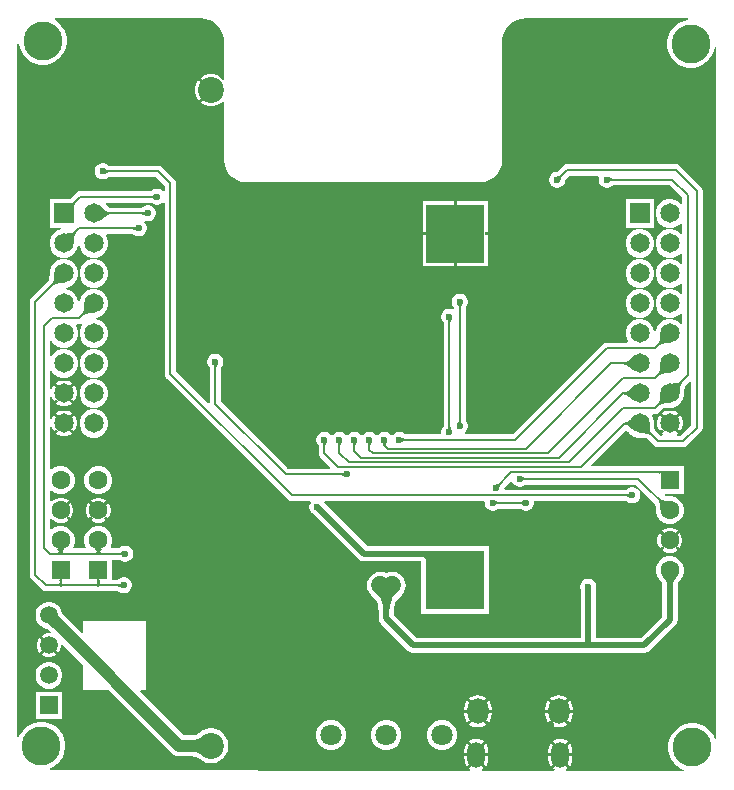
<source format=gbl>
G04*
G04 #@! TF.GenerationSoftware,Altium Limited,Altium Designer,24.4.1 (13)*
G04*
G04 Layer_Physical_Order=2*
G04 Layer_Color=16711680*
%FSTAX24Y24*%
%MOIN*%
G70*
G04*
G04 #@! TF.SameCoordinates,973A198C-3906-4392-A1E8-A13353080A71*
G04*
G04*
G04 #@! TF.FilePolarity,Positive*
G04*
G01*
G75*
%ADD44C,0.0591*%
%ADD71C,0.0200*%
%ADD72C,0.0080*%
%ADD76C,0.0866*%
%ADD77R,0.0591X0.0591*%
%ADD78C,0.0630*%
%ADD79R,0.0630X0.0630*%
%ADD80C,0.0650*%
%ADD81R,0.0650X0.0650*%
%ADD82C,0.1299*%
%ADD83O,0.0591X0.0866*%
%ADD84O,0.0709X0.0866*%
%ADD85C,0.0709*%
%ADD86C,0.0236*%
%ADD87R,0.1969X0.1969*%
%ADD88C,0.0400*%
%ADD89C,0.0600*%
G36*
X01715Y025246D02*
X022549D01*
X022554Y025196D01*
X022417Y025169D01*
X022271Y025109D01*
X02214Y025021D01*
X022029Y02491D01*
X021941Y024779D01*
X021881Y024633D01*
X02185Y024479D01*
Y024321D01*
X021881Y024167D01*
X021941Y024021D01*
X022029Y02389D01*
X02214Y023779D01*
X022271Y023691D01*
X022417Y023631D01*
X022571Y0236D01*
X022729D01*
X022883Y023631D01*
X023029Y023691D01*
X02316Y023779D01*
X023271Y02389D01*
X023359Y024021D01*
X023419Y024167D01*
X023446Y024304D01*
X023496Y024299D01*
X023496Y001248D01*
X023446Y001238D01*
X023409Y001329D01*
X023321Y00146D01*
X02321Y001571D01*
X023079Y001659D01*
X022933Y001719D01*
X022779Y00175D01*
X022621D01*
X022467Y001719D01*
X022321Y001659D01*
X02219Y001571D01*
X022079Y00146D01*
X021991Y001329D01*
X021931Y001183D01*
X0219Y001029D01*
Y000871D01*
X021931Y000717D01*
X021991Y000571D01*
X022079Y00044D01*
X02219Y000329D01*
X022321Y000241D01*
X02241Y000204D01*
X0224Y000155D01*
X018502Y000164D01*
X018492Y000214D01*
X018499Y000217D01*
X018542Y00025D01*
X018463Y000329D01*
X018534Y000399D01*
X018613Y00032D01*
X018645Y000363D01*
X018685Y000459D01*
X018699Y000562D01*
Y00065D01*
X018585D01*
Y00075D01*
X018699D01*
Y000838D01*
X018685Y000941D01*
X018645Y001037D01*
X018613Y00108D01*
X018534Y001001D01*
X018463Y001071D01*
X018542Y00115D01*
X018499Y001183D01*
X018403Y001223D01*
X0183Y001236D01*
X018197Y001223D01*
X018101Y001183D01*
X018058Y00115D01*
X018137Y001071D01*
X018066Y001001D01*
X017987Y00108D01*
X017955Y001037D01*
X017915Y000941D01*
X017901Y000838D01*
Y00075D01*
X018015D01*
Y00065D01*
X017901D01*
Y000562D01*
X017915Y000459D01*
X017955Y000363D01*
X017987Y00032D01*
X018066Y000399D01*
X018137Y000329D01*
X018058Y00025D01*
X018101Y000217D01*
X018106Y000215D01*
X018096Y000165D01*
X015718Y00017D01*
X015704Y000205D01*
X015704Y00022D01*
X015742Y00025D01*
X015663Y000329D01*
X015734Y000399D01*
X015813Y00032D01*
X015845Y000363D01*
X015885Y000459D01*
X015899Y000562D01*
Y00065D01*
X015785D01*
Y00075D01*
X015899D01*
Y000838D01*
X015885Y000941D01*
X015845Y001037D01*
X015813Y00108D01*
X015734Y001001D01*
X015663Y001071D01*
X015742Y00115D01*
X015699Y001183D01*
X015603Y001223D01*
X0155Y001236D01*
X015397Y001223D01*
X015301Y001183D01*
X015258Y00115D01*
X015337Y001071D01*
X015266Y001001D01*
X015187Y00108D01*
X015155Y001037D01*
X015115Y000941D01*
X015101Y000838D01*
Y00075D01*
X015215D01*
Y00065D01*
X015101D01*
Y000562D01*
X015115Y000459D01*
X015155Y000363D01*
X015187Y00032D01*
X015266Y000399D01*
X015337Y000329D01*
X015258Y00025D01*
X015295Y000221D01*
X015294Y000201D01*
X015281Y000171D01*
X0013Y000205D01*
X00129Y000255D01*
X001379Y000291D01*
X00151Y000379D01*
X001621Y00049D01*
X001709Y000621D01*
X001769Y000767D01*
X0018Y000921D01*
Y001079D01*
X001769Y001233D01*
X001709Y001379D01*
X001621Y00151D01*
X00151Y001621D01*
X001379Y001709D01*
X001233Y001769D01*
X001079Y0018D01*
X000921D01*
X000767Y001769D01*
X000621Y001709D01*
X00049Y001621D01*
X000379Y00151D01*
X000291Y001379D01*
X000254Y001288D01*
X000204Y001298D01*
X000204Y024399D01*
X000254Y024404D01*
X000281Y024267D01*
X000341Y024121D01*
X000429Y02399D01*
X00054Y023879D01*
X000671Y023791D01*
X000817Y023731D01*
X000971Y0237D01*
X001129D01*
X001283Y023731D01*
X001429Y023791D01*
X00156Y023879D01*
X001671Y02399D01*
X001759Y024121D01*
X001819Y024267D01*
X00185Y024421D01*
Y024579D01*
X001819Y024733D01*
X001759Y024879D01*
X001671Y02501D01*
X00156Y025121D01*
X001447Y025196D01*
X001463Y025246D01*
X0063D01*
X006309Y025248D01*
X006456Y025234D01*
X006606Y025188D01*
X006744Y025114D01*
X006865Y025015D01*
X006964Y024894D01*
X007038Y024756D01*
X007084Y024606D01*
X007098Y024459D01*
X007096Y02445D01*
Y023229D01*
X007046Y023208D01*
X006977Y023277D01*
X006856Y023347D01*
X00672Y023383D01*
X00658D01*
X006444Y023347D01*
X006323Y023277D01*
X006308Y023263D01*
X006389Y023182D01*
X006318Y023112D01*
X006238Y023192D01*
X006223Y023178D01*
X006153Y023056D01*
X006117Y022921D01*
Y02278D01*
X006153Y022645D01*
X006223Y022523D01*
X006238Y022509D01*
X006318Y022589D01*
X006389Y022518D01*
X006308Y022438D01*
X006323Y022424D01*
X006444Y022354D01*
X00658Y022317D01*
X00672D01*
X006856Y022354D01*
X006977Y022424D01*
X007046Y022493D01*
X007096Y022472D01*
Y0205D01*
X007097Y020495D01*
X00711Y020363D01*
X00715Y020231D01*
X007215Y020109D01*
X007303Y020003D01*
X007409Y019915D01*
X007531Y01985D01*
X007663Y01981D01*
X007795Y019797D01*
X0078Y019796D01*
X01565D01*
X015655Y019797D01*
X015787Y01981D01*
X015919Y01985D01*
X016041Y019915D01*
X016147Y020003D01*
X016235Y020109D01*
X0163Y020231D01*
X01634Y020363D01*
X016353Y020495D01*
X016354Y0205D01*
Y021D01*
Y02445D01*
X016352Y024459D01*
X016366Y024606D01*
X016412Y024756D01*
X016486Y024894D01*
X016585Y025015D01*
X016706Y025114D01*
X016844Y025188D01*
X016994Y025234D01*
X017141Y025248D01*
X01715Y025246D01*
D02*
G37*
%LPC*%
G36*
X003085Y020418D02*
X003015D01*
X002947Y0204D01*
X002885Y020365D01*
X002835Y020315D01*
X0028Y020253D01*
X002782Y020185D01*
Y020115D01*
X0028Y020047D01*
X002835Y019985D01*
X002885Y019935D01*
X002947Y0199D01*
X003015Y019882D01*
X003085D01*
X003153Y0199D01*
X003215Y019935D01*
X003229Y01995D01*
X003239Y019956D01*
X00482D01*
X005106Y01967D01*
Y019491D01*
X00509Y019481D01*
X005056Y019473D01*
X005015Y019515D01*
X004953Y01955D01*
X004885Y019568D01*
X004815D01*
X004747Y01955D01*
X004685Y019515D01*
X004671Y0195D01*
X004661Y019494D01*
X0023D01*
X002226Y019479D01*
X002163Y019437D01*
X001951Y019225D01*
X001951Y019225D01*
X001275D01*
Y018275D01*
X001668D01*
X00169Y018225D01*
X00169Y018225D01*
X001687D01*
X001567Y018192D01*
X001458Y01813D01*
X00137Y018042D01*
X001308Y017933D01*
X001275Y017813D01*
Y017687D01*
X001308Y017567D01*
X00137Y017458D01*
X001458Y01737D01*
X001567Y017308D01*
X001687Y017275D01*
X001813D01*
X001933Y017308D01*
X002042Y01737D01*
X00213Y017458D01*
X002192Y017567D01*
X002225Y017687D01*
Y01769D01*
X002225Y01769D01*
X00224Y017689D01*
X002279Y017672D01*
X002308Y017567D01*
X00237Y017458D01*
X002458Y01737D01*
X002567Y017308D01*
X002687Y017275D01*
X002813D01*
X002933Y017308D01*
X003042Y01737D01*
X00313Y017458D01*
X003192Y017567D01*
X003225Y017687D01*
Y017813D01*
X003192Y017933D01*
X00315Y018006D01*
X003179Y018056D01*
X004061D01*
X004071Y01805D01*
X004085Y018035D01*
X004147Y018D01*
X004215Y017982D01*
X004285D01*
X004353Y018D01*
X004415Y018035D01*
X004465Y018085D01*
X0045Y018147D01*
X004518Y018215D01*
Y018285D01*
X0045Y018353D01*
X004465Y018415D01*
X004422Y018457D01*
X004447Y0185D01*
X004515Y018482D01*
X004585D01*
X004653Y0185D01*
X004715Y018535D01*
X004765Y018585D01*
X0048Y018647D01*
X004818Y018715D01*
Y018785D01*
X0048Y018853D01*
X004765Y018915D01*
X004715Y018965D01*
X004653Y019D01*
X004585Y019018D01*
X004515D01*
X004447Y019D01*
X004385Y018965D01*
X004371Y01895D01*
X004361Y018944D01*
X003269D01*
X003261Y018947D01*
X003247Y018954D01*
X003229Y018965D01*
X00321Y018978D01*
X003122Y019054D01*
X00312Y019056D01*
X00314Y019106D01*
X004661D01*
X004671Y0191D01*
X004685Y019085D01*
X004747Y01905D01*
X004815Y019032D01*
X004885D01*
X004953Y01905D01*
X005015Y019085D01*
X005056Y019127D01*
X00509Y019119D01*
X005106Y019109D01*
Y0134D01*
X005121Y013326D01*
X005163Y013263D01*
X009213Y009213D01*
X009276Y009171D01*
X00935Y009156D01*
X009945D01*
X009972Y009106D01*
X00995Y009068D01*
X009932Y008999D01*
Y008929D01*
X00995Y008861D01*
X009985Y0088D01*
X010035Y00875D01*
X01008Y008724D01*
X011584Y00722D01*
X011667Y007165D01*
X011764Y007145D01*
X013659D01*
X013666Y007145D01*
Y005398D01*
X015934D01*
Y007667D01*
X013825D01*
X013816Y007668D01*
X013808Y007667D01*
X013666D01*
Y007655D01*
X01187D01*
X01044Y009085D01*
X010428Y009106D01*
X010455Y009156D01*
X015766D01*
X015782Y009135D01*
Y009065D01*
X0158Y008997D01*
X015835Y008935D01*
X015885Y008885D01*
X015947Y00885D01*
X016015Y008832D01*
X016085D01*
X016153Y00885D01*
X016215Y008885D01*
X016229Y0089D01*
X016239Y008906D01*
X016961D01*
X016971Y0089D01*
X016985Y008885D01*
X017047Y00885D01*
X017115Y008832D01*
X017185D01*
X017253Y00885D01*
X017315Y008885D01*
X017365Y008935D01*
X0174Y008997D01*
X017418Y009065D01*
Y009135D01*
X017434Y009156D01*
X020511D01*
X020521Y00915D01*
X020535Y009135D01*
X020597Y0091D01*
X020665Y009082D01*
X020735D01*
X020803Y0091D01*
X020865Y009135D01*
X020915Y009185D01*
X02095Y009247D01*
X020968Y009315D01*
Y009385D01*
X02095Y009453D01*
X020915Y009515D01*
X020865Y009565D01*
X020803Y0096D01*
X020735Y009618D01*
X020665D01*
X020597Y0096D01*
X020535Y009565D01*
X020521Y00955D01*
X020511Y009544D01*
X016446D01*
X01642Y009594D01*
X016421Y009597D01*
X016648Y009824D01*
X016696Y009811D01*
X0167Y009797D01*
X016735Y009735D01*
X016785Y009685D01*
X016847Y00965D01*
X016915Y009632D01*
X016985D01*
X017053Y00965D01*
X017115Y009685D01*
X017129Y0097D01*
X017139Y009706D01*
X02082D01*
X021457Y009069D01*
X02146Y009062D01*
X021465Y009048D01*
X02147Y009029D01*
X021473Y009007D01*
X021482Y008896D01*
X021482Y008852D01*
X021485Y008838D01*
Y008789D01*
X021517Y008671D01*
X021578Y008565D01*
X021665Y008478D01*
X021771Y008417D01*
X021889Y008385D01*
X022011D01*
X022129Y008417D01*
X022235Y008478D01*
X022322Y008565D01*
X022383Y008671D01*
X022415Y008789D01*
Y008911D01*
X022383Y009029D01*
X022322Y009135D01*
X022235Y009222D01*
X022129Y009283D01*
X022011Y009315D01*
X021962D01*
X021948Y009318D01*
X021903Y009318D01*
X021825Y009322D01*
X0218Y009325D01*
X021775Y009335D01*
X021784Y009385D01*
X022415D01*
Y010315D01*
X021644D01*
X021635Y010317D01*
X021626Y010315D01*
X021617D01*
X021614Y010315D01*
X021614Y010315D01*
X021485D01*
Y010312D01*
X019351D01*
X019332Y010358D01*
X020473Y011499D01*
X020538Y011494D01*
X020558Y011474D01*
X020568Y011462D01*
X02057Y011458D01*
X020576Y011453D01*
X020581Y011447D01*
X020585Y011443D01*
X020586Y011442D01*
X020589Y011437D01*
X020594Y011434D01*
X020658Y01137D01*
X020767Y011308D01*
X020887Y011275D01*
X020938D01*
X020953Y011272D01*
X020999Y011272D01*
X02108Y011268D01*
X02111Y011264D01*
X021137Y011259D01*
X021157Y011254D01*
X021172Y01125D01*
X02118Y011246D01*
X021413Y011013D01*
X021476Y010971D01*
X02155Y010956D01*
X0224D01*
X022474Y010971D01*
X022537Y011013D01*
X022987Y011463D01*
X023029Y011526D01*
X023044Y0116D01*
Y0195D01*
X023029Y019574D01*
X022987Y019637D01*
X022284Y02034D01*
X022221Y020382D01*
X022147Y020396D01*
X018531D01*
X018457Y020382D01*
X018394Y02034D01*
X018197Y020143D01*
X018185Y02014D01*
X018165D01*
X018097Y020121D01*
X018035Y020086D01*
X017985Y020036D01*
X01795Y019975D01*
X017932Y019907D01*
Y019836D01*
X01795Y019768D01*
X017985Y019707D01*
X018035Y019657D01*
X018097Y019622D01*
X018165Y019604D01*
X018235D01*
X018303Y019622D01*
X018365Y019657D01*
X018415Y019707D01*
X01845Y019768D01*
X018468Y019836D01*
Y019856D01*
X018471Y019869D01*
X018611Y020009D01*
X019568D01*
X019596Y019959D01*
X019582Y019907D01*
Y019836D01*
X0196Y019768D01*
X019635Y019707D01*
X019685Y019657D01*
X019747Y019622D01*
X019815Y019604D01*
X019885D01*
X019953Y019622D01*
X020015Y019657D01*
X020029Y019671D01*
X020039Y019678D01*
X021948D01*
X022356Y01927D01*
Y019086D01*
X022306Y019065D01*
X022242Y01913D01*
X022133Y019192D01*
X022013Y019225D01*
X021887D01*
X021767Y019192D01*
X021658Y01913D01*
X02157Y019042D01*
X021508Y018933D01*
X021475Y018813D01*
Y018687D01*
X021508Y018567D01*
X02157Y018458D01*
X021658Y01837D01*
X021767Y018308D01*
X021887Y018275D01*
X022013D01*
X022133Y018308D01*
X022242Y01837D01*
X022306Y018435D01*
X022356Y018414D01*
Y018086D01*
X022306Y018065D01*
X022242Y01813D01*
X022133Y018192D01*
X022013Y018225D01*
X021887D01*
X021767Y018192D01*
X021658Y01813D01*
X02157Y018042D01*
X021508Y017933D01*
X021475Y017813D01*
Y017687D01*
X021508Y017567D01*
X02157Y017458D01*
X021658Y01737D01*
X021767Y017308D01*
X021887Y017275D01*
X022013D01*
X022133Y017308D01*
X022242Y01737D01*
X022306Y017435D01*
X022356Y017414D01*
Y017086D01*
X022306Y017065D01*
X022242Y01713D01*
X022133Y017192D01*
X022013Y017225D01*
X021887D01*
X021767Y017192D01*
X021658Y01713D01*
X02157Y017042D01*
X021508Y016933D01*
X021475Y016813D01*
Y016687D01*
X021508Y016567D01*
X02157Y016458D01*
X021658Y01637D01*
X021767Y016308D01*
X021887Y016275D01*
X022013D01*
X022133Y016308D01*
X022242Y01637D01*
X022306Y016435D01*
X022356Y016414D01*
Y016086D01*
X022306Y016065D01*
X022242Y01613D01*
X022133Y016192D01*
X022013Y016225D01*
X021887D01*
X021767Y016192D01*
X021658Y01613D01*
X02157Y016042D01*
X021508Y015933D01*
X021475Y015813D01*
Y015687D01*
X021508Y015567D01*
X02157Y015458D01*
X021658Y01537D01*
X021767Y015308D01*
X021887Y015275D01*
X022013D01*
X022133Y015308D01*
X022242Y01537D01*
X022306Y015435D01*
X022356Y015414D01*
Y015086D01*
X022306Y015065D01*
X022242Y01513D01*
X022133Y015192D01*
X022013Y015225D01*
X021887D01*
X021767Y015192D01*
X021658Y01513D01*
X02157Y015042D01*
X021508Y014933D01*
X021475Y014813D01*
Y01481D01*
X021475Y01481D01*
X02146Y014811D01*
X021421Y014828D01*
X021392Y014933D01*
X02133Y015042D01*
X021242Y01513D01*
X021133Y015192D01*
X021013Y015225D01*
X020887D01*
X020767Y015192D01*
X020658Y01513D01*
X02057Y015042D01*
X020508Y014933D01*
X020475Y014813D01*
Y014687D01*
X020508Y014567D01*
X02055Y014494D01*
X020521Y014444D01*
X01985D01*
X019776Y014429D01*
X019713Y014387D01*
X01672Y011394D01*
X015141D01*
X015131Y01141D01*
X015123Y011444D01*
X015165Y011485D01*
X0152Y011547D01*
X015218Y011615D01*
Y011685D01*
X0152Y011753D01*
X015165Y011815D01*
X01515Y011829D01*
X015144Y011839D01*
Y015611D01*
X01515Y015621D01*
X015165Y015635D01*
X0152Y015697D01*
X015218Y015765D01*
Y015835D01*
X0152Y015903D01*
X015165Y015965D01*
X015115Y016015D01*
X015053Y01605D01*
X014985Y016068D01*
X014915D01*
X014847Y01605D01*
X014785Y016015D01*
X014735Y015965D01*
X0147Y015903D01*
X014682Y015835D01*
Y015765D01*
X0147Y015697D01*
X014735Y015635D01*
X01475Y015621D01*
X014753Y015616D01*
X014747Y015576D01*
X014735Y015569D01*
X0147Y015551D01*
X014635Y015568D01*
X014565D01*
X014497Y01555D01*
X014435Y015515D01*
X014385Y015465D01*
X01435Y015403D01*
X014332Y015335D01*
Y015265D01*
X01435Y015197D01*
X014385Y015135D01*
X0144Y015121D01*
X014406Y015111D01*
Y011639D01*
X0144Y011629D01*
X014385Y011615D01*
X01435Y011553D01*
X014332Y011485D01*
Y011415D01*
X014316Y011394D01*
X013127D01*
X013117Y0114D01*
X013103Y011415D01*
X013041Y01145D01*
X012973Y011468D01*
X012903D01*
X012834Y01145D01*
X012773Y011415D01*
X012723Y011365D01*
X012717Y011353D01*
X012659D01*
X012652Y011365D01*
X012602Y011415D01*
X012541Y01145D01*
X012473Y011468D01*
X012403D01*
X012334Y01145D01*
X012273Y011415D01*
X012223Y011365D01*
X012217Y011353D01*
X012159D01*
X012152Y011365D01*
X012103Y011415D01*
X012041Y01145D01*
X011973Y011468D01*
X011903D01*
X011834Y01145D01*
X011773Y011415D01*
X011723Y011365D01*
X011717Y011353D01*
X011659D01*
X011652Y011365D01*
X011602Y011415D01*
X011541Y01145D01*
X011473Y011468D01*
X011403D01*
X011334Y01145D01*
X011273Y011415D01*
X011223Y011365D01*
X011217Y011353D01*
X011159D01*
X011152Y011365D01*
X011102Y011415D01*
X011041Y01145D01*
X010973Y011468D01*
X010903D01*
X010834Y01145D01*
X010773Y011415D01*
X010723Y011365D01*
X010717Y011353D01*
X010659D01*
X010652Y011365D01*
X010603Y011415D01*
X010541Y01145D01*
X010473Y011468D01*
X010403D01*
X010334Y01145D01*
X010273Y011415D01*
X010223Y011365D01*
X010188Y011303D01*
X01017Y011235D01*
Y011165D01*
X010188Y011097D01*
X010223Y011035D01*
X010237Y011021D01*
X010244Y011011D01*
Y010762D01*
X010259Y010688D01*
X010301Y010625D01*
X010636Y01029D01*
X010617Y010244D01*
X00923D01*
X006994Y01248D01*
Y013611D01*
X007Y013621D01*
X007015Y013635D01*
X00705Y013697D01*
X007068Y013765D01*
Y013835D01*
X00705Y013903D01*
X007015Y013965D01*
X006965Y014015D01*
X006903Y01405D01*
X006835Y014068D01*
X006765D01*
X006697Y01405D01*
X006635Y014015D01*
X006585Y013965D01*
X00655Y013903D01*
X006532Y013835D01*
Y013765D01*
X00655Y013697D01*
X006585Y013635D01*
X0066Y013621D01*
X006606Y013611D01*
Y012438D01*
X006556Y012418D01*
X005494Y01348D01*
Y01975D01*
X005479Y019824D01*
X005437Y019887D01*
X005037Y020287D01*
X004974Y020329D01*
X0049Y020344D01*
X003239D01*
X003229Y02035D01*
X003215Y020365D01*
X003153Y0204D01*
X003085Y020418D01*
D02*
G37*
G36*
X015884Y019152D02*
X01485D01*
Y019041D01*
X01475D01*
Y019152D01*
X013716D01*
Y018118D01*
X013827D01*
Y018018D01*
X013716D01*
Y016983D01*
X01475D01*
Y017094D01*
X01485D01*
Y016983D01*
X015884D01*
Y018018D01*
X015773D01*
Y018118D01*
X015884D01*
Y019152D01*
D02*
G37*
G36*
X021425Y019225D02*
X020475D01*
Y018275D01*
X021425D01*
Y019225D01*
D02*
G37*
G36*
X021013Y018225D02*
X020887D01*
X020767Y018192D01*
X020658Y01813D01*
X02057Y018042D01*
X020508Y017933D01*
X020475Y017813D01*
Y017687D01*
X020508Y017567D01*
X02057Y017458D01*
X020658Y01737D01*
X020767Y017308D01*
X020887Y017275D01*
X021013D01*
X021133Y017308D01*
X021242Y01737D01*
X02133Y017458D01*
X021392Y017567D01*
X021425Y017687D01*
Y017813D01*
X021392Y017933D01*
X02133Y018042D01*
X021242Y01813D01*
X021133Y018192D01*
X021013Y018225D01*
D02*
G37*
G36*
Y017225D02*
X020887D01*
X020767Y017192D01*
X020658Y01713D01*
X02057Y017042D01*
X020508Y016933D01*
X020475Y016813D01*
Y016687D01*
X020508Y016567D01*
X02057Y016458D01*
X020658Y01637D01*
X020767Y016308D01*
X020887Y016275D01*
X021013D01*
X021133Y016308D01*
X021242Y01637D01*
X02133Y016458D01*
X021392Y016567D01*
X021425Y016687D01*
Y016813D01*
X021392Y016933D01*
X02133Y017042D01*
X021242Y01713D01*
X021133Y017192D01*
X021013Y017225D01*
D02*
G37*
G36*
X002813D02*
X002687D01*
X002567Y017192D01*
X002458Y01713D01*
X00237Y017042D01*
X002308Y016933D01*
X002275Y016813D01*
Y016687D01*
X002308Y016567D01*
X00237Y016458D01*
X002458Y01637D01*
X002567Y016308D01*
X002687Y016275D01*
X002813D01*
X002933Y016308D01*
X003042Y01637D01*
X00313Y016458D01*
X003192Y016567D01*
X003225Y016687D01*
Y016813D01*
X003192Y016933D01*
X00313Y017042D01*
X003042Y01713D01*
X002933Y017192D01*
X002813Y017225D01*
D02*
G37*
G36*
X021013Y016225D02*
X020887D01*
X020767Y016192D01*
X020658Y01613D01*
X02057Y016042D01*
X020508Y015933D01*
X020475Y015813D01*
Y015687D01*
X020508Y015567D01*
X02057Y015458D01*
X020658Y01537D01*
X020767Y015308D01*
X020887Y015275D01*
X021013D01*
X021133Y015308D01*
X021242Y01537D01*
X02133Y015458D01*
X021392Y015567D01*
X021425Y015687D01*
Y015813D01*
X021392Y015933D01*
X02133Y016042D01*
X021242Y01613D01*
X021133Y016192D01*
X021013Y016225D01*
D02*
G37*
G36*
X001813Y017225D02*
X001687D01*
X001567Y017192D01*
X001458Y01713D01*
X00137Y017042D01*
X001308Y016933D01*
X001275Y016813D01*
Y016762D01*
X001272Y016747D01*
X001272Y016701D01*
X001268Y01662D01*
X001264Y01659D01*
X001259Y016563D01*
X001254Y016543D01*
X00125Y016528D01*
X001246Y01652D01*
X000663Y015937D01*
X000621Y015874D01*
X000606Y0158D01*
Y0067D01*
X000621Y006626D01*
X000663Y006563D01*
X001013Y006213D01*
X001076Y006171D01*
X00115Y006156D01*
X003561D01*
X003571Y00615D01*
X003585Y006135D01*
X003647Y0061D01*
X003715Y006082D01*
X003785D01*
X003853Y0061D01*
X003915Y006135D01*
X003965Y006185D01*
X004Y006247D01*
X004018Y006315D01*
Y006385D01*
X004Y006453D01*
X003965Y006515D01*
X003915Y006565D01*
X003853Y0066D01*
X003785Y006618D01*
X003715D01*
X003647Y0066D01*
X003585Y006565D01*
X003571Y00655D01*
X003561Y006544D01*
X003365D01*
Y007206D01*
X003611D01*
X003621Y0072D01*
X003635Y007185D01*
X003697Y00715D01*
X003765Y007132D01*
X003835D01*
X003903Y00715D01*
X003965Y007185D01*
X004015Y007235D01*
X00405Y007297D01*
X004068Y007365D01*
Y007435D01*
X00405Y007503D01*
X004015Y007565D01*
X003965Y007615D01*
X003903Y00765D01*
X003835Y007668D01*
X003765D01*
X003697Y00765D01*
X003635Y007615D01*
X003621Y0076D01*
X003611Y007594D01*
X003339D01*
X003314Y007637D01*
X003333Y007671D01*
X003365Y007789D01*
Y007911D01*
X003333Y008029D01*
X003272Y008135D01*
X003185Y008222D01*
X003079Y008283D01*
X002961Y008315D01*
X002839D01*
X002721Y008283D01*
X002615Y008222D01*
X002528Y008135D01*
X002467Y008029D01*
X002435Y007911D01*
Y007789D01*
X002467Y007671D01*
X002486Y007637D01*
X002461Y007594D01*
X002089D01*
X002064Y007637D01*
X002083Y007671D01*
X002115Y007789D01*
Y007911D01*
X002083Y008029D01*
X002022Y008135D01*
X001935Y008222D01*
X001829Y008283D01*
X001711Y008315D01*
X001589D01*
X001471Y008283D01*
X001365Y008222D01*
X00134Y008197D01*
X001294Y008217D01*
Y008549D01*
X001344Y008569D01*
X001395Y008518D01*
X00149Y008463D01*
X001595Y008435D01*
X001705D01*
X00181Y008463D01*
X001905Y008518D01*
X001908Y008521D01*
X001827Y008602D01*
X001898Y008673D01*
X001979Y008592D01*
X001982Y008595D01*
X002037Y00869D01*
X002065Y008795D01*
Y008905D01*
X002037Y00901D01*
X001982Y009105D01*
X001979Y009108D01*
X001898Y009027D01*
X001827Y009098D01*
X001908Y009179D01*
X001905Y009182D01*
X00181Y009237D01*
X001705Y009265D01*
X001595D01*
X00149Y009237D01*
X001395Y009182D01*
X001344Y009131D01*
X001294Y009151D01*
Y009483D01*
X00134Y009503D01*
X001365Y009478D01*
X001471Y009417D01*
X001589Y009385D01*
X001711D01*
X001829Y009417D01*
X001935Y009478D01*
X002022Y009565D01*
X002083Y009671D01*
X002115Y009789D01*
Y009911D01*
X002083Y010029D01*
X002022Y010135D01*
X001935Y010222D01*
X001829Y010283D01*
X001711Y010315D01*
X001589D01*
X001471Y010283D01*
X001365Y010222D01*
X00134Y010197D01*
X001294Y010217D01*
Y011618D01*
X001344Y011625D01*
X001354Y011586D01*
X00141Y011489D01*
X001414Y011485D01*
X001495Y011566D01*
X001566Y011495D01*
X001485Y011414D01*
X001489Y01141D01*
X001586Y011354D01*
X001694Y011325D01*
X001806D01*
X001914Y011354D01*
X002011Y01141D01*
X002015Y011414D01*
X001934Y011495D01*
X002005Y011566D01*
X002086Y011485D01*
X00209Y011489D01*
X002146Y011586D01*
X002175Y011694D01*
Y011806D01*
X002146Y011914D01*
X00209Y012011D01*
X002086Y012015D01*
X002005Y011934D01*
X001934Y012005D01*
X002015Y012086D01*
X002011Y01209D01*
X001914Y012146D01*
X001806Y012175D01*
X001694D01*
X001586Y012146D01*
X001489Y01209D01*
X001485Y012086D01*
X001566Y012005D01*
X001495Y011934D01*
X001414Y012015D01*
X00141Y012011D01*
X001354Y011914D01*
X001344Y011875D01*
X001294Y011882D01*
Y012618D01*
X001344Y012625D01*
X001354Y012586D01*
X00141Y012489D01*
X001414Y012485D01*
X001495Y012566D01*
X001566Y012495D01*
X001485Y012414D01*
X001489Y01241D01*
X001586Y012354D01*
X001694Y012325D01*
X001806D01*
X001914Y012354D01*
X002011Y01241D01*
X002015Y012414D01*
X001934Y012495D01*
X002005Y012566D01*
X002086Y012485D01*
X00209Y012489D01*
X002146Y012586D01*
X002175Y012694D01*
Y012806D01*
X002146Y012914D01*
X00209Y013011D01*
X002086Y013015D01*
X002005Y012934D01*
X001934Y013005D01*
X002015Y013086D01*
X002011Y01309D01*
X001914Y013146D01*
X001806Y013175D01*
X001694D01*
X001586Y013146D01*
X001489Y01309D01*
X001485Y013086D01*
X001566Y013005D01*
X001495Y012934D01*
X001414Y013015D01*
X00141Y013011D01*
X001354Y012914D01*
X001344Y012875D01*
X001294Y012882D01*
Y013491D01*
X001344Y013504D01*
X00137Y013458D01*
X001458Y01337D01*
X001567Y013308D01*
X001687Y013275D01*
X001813D01*
X001933Y013308D01*
X002042Y01337D01*
X00213Y013458D01*
X002192Y013567D01*
X002225Y013687D01*
Y013813D01*
X002192Y013933D01*
X00213Y014042D01*
X002042Y01413D01*
X001933Y014192D01*
X001813Y014225D01*
X001687D01*
X001567Y014192D01*
X001458Y01413D01*
X00137Y014042D01*
X001344Y013996D01*
X001294Y014009D01*
Y014491D01*
X001344Y014504D01*
X00137Y014458D01*
X001458Y01437D01*
X001567Y014308D01*
X001687Y014275D01*
X001813D01*
X001933Y014308D01*
X002042Y01437D01*
X00213Y014458D01*
X002192Y014567D01*
X002225Y014687D01*
Y014813D01*
X002192Y014933D01*
X00215Y015006D01*
X002179Y015056D01*
X00225D01*
X002324Y015071D01*
X002338Y01508D01*
X00237Y015042D01*
X00237Y015042D01*
X002308Y014933D01*
X002275Y014813D01*
Y014687D01*
X002308Y014567D01*
X00237Y014458D01*
X002458Y01437D01*
X002567Y014308D01*
X002687Y014275D01*
X002813D01*
X002933Y014308D01*
X003042Y01437D01*
X00313Y014458D01*
X003192Y014567D01*
X003225Y014687D01*
Y014813D01*
X003192Y014933D01*
X00313Y015042D01*
X003042Y01513D01*
X002933Y015192D01*
X002828Y015221D01*
X002811Y01526D01*
X00281Y015275D01*
X00281Y015275D01*
X002813D01*
X002933Y015308D01*
X003042Y01537D01*
X00313Y015458D01*
X003192Y015567D01*
X003225Y015687D01*
Y015813D01*
X003192Y015933D01*
X00313Y016042D01*
X003042Y01613D01*
X002933Y016192D01*
X002813Y016225D01*
X002687D01*
X002567Y016192D01*
X002458Y01613D01*
X00237Y016042D01*
X002308Y015933D01*
X002275Y015813D01*
Y01581D01*
X002275Y01581D01*
X00226Y015811D01*
X002221Y015828D01*
X002192Y015933D01*
X00213Y016042D01*
X002042Y01613D01*
X001933Y016192D01*
X001828Y016221D01*
X001811Y01626D01*
X00181Y016275D01*
X00181Y016275D01*
X001813D01*
X001933Y016308D01*
X002042Y01637D01*
X00213Y016458D01*
X002192Y016567D01*
X002225Y016687D01*
Y016813D01*
X002192Y016933D01*
X00213Y017042D01*
X002042Y01713D01*
X001933Y017192D01*
X001813Y017225D01*
D02*
G37*
G36*
X002813Y014225D02*
X002687D01*
X002567Y014192D01*
X002458Y01413D01*
X00237Y014042D01*
X002308Y013933D01*
X002275Y013813D01*
Y013687D01*
X002308Y013567D01*
X00237Y013458D01*
X002458Y01337D01*
X002567Y013308D01*
X002687Y013275D01*
X002813D01*
X002933Y013308D01*
X003042Y01337D01*
X00313Y013458D01*
X003192Y013567D01*
X003225Y013687D01*
Y013813D01*
X003192Y013933D01*
X00313Y014042D01*
X003042Y01413D01*
X002933Y014192D01*
X002813Y014225D01*
D02*
G37*
G36*
Y013225D02*
X002687D01*
X002567Y013192D01*
X002458Y01313D01*
X00237Y013042D01*
X002308Y012933D01*
X002275Y012813D01*
Y012687D01*
X002308Y012567D01*
X00237Y012458D01*
X002458Y01237D01*
X002567Y012308D01*
X002687Y012275D01*
X002813D01*
X002933Y012308D01*
X003042Y01237D01*
X00313Y012458D01*
X003192Y012567D01*
X003225Y012687D01*
Y012813D01*
X003192Y012933D01*
X00313Y013042D01*
X003042Y01313D01*
X002933Y013192D01*
X002813Y013225D01*
D02*
G37*
G36*
Y012225D02*
X002687D01*
X002567Y012192D01*
X002458Y01213D01*
X00237Y012042D01*
X002308Y011933D01*
X002275Y011813D01*
Y011687D01*
X002308Y011567D01*
X00237Y011458D01*
X002458Y01137D01*
X002567Y011308D01*
X002687Y011275D01*
X002813D01*
X002933Y011308D01*
X003042Y01137D01*
X00313Y011458D01*
X003192Y011567D01*
X003225Y011687D01*
Y011813D01*
X003192Y011933D01*
X00313Y012042D01*
X003042Y01213D01*
X002933Y012192D01*
X002813Y012225D01*
D02*
G37*
G36*
X002961Y010315D02*
X002839D01*
X002721Y010283D01*
X002615Y010222D01*
X002528Y010135D01*
X002467Y010029D01*
X002435Y009911D01*
Y009789D01*
X002467Y009671D01*
X002528Y009565D01*
X002615Y009478D01*
X002721Y009417D01*
X002839Y009385D01*
X002961D01*
X003079Y009417D01*
X003185Y009478D01*
X003272Y009565D01*
X003333Y009671D01*
X003365Y009789D01*
Y009911D01*
X003333Y010029D01*
X003272Y010135D01*
X003185Y010222D01*
X003079Y010283D01*
X002961Y010315D01*
D02*
G37*
G36*
X002955Y009265D02*
X002845D01*
X00274Y009237D01*
X002645Y009182D01*
X002642Y009179D01*
X002723Y009098D01*
X002652Y009027D01*
X002571Y009108D01*
X002568Y009105D01*
X002513Y00901D01*
X002485Y008905D01*
Y008795D01*
X002513Y00869D01*
X002568Y008595D01*
X002571Y008592D01*
X002652Y008673D01*
X002723Y008602D01*
X002642Y008521D01*
X002645Y008518D01*
X00274Y008463D01*
X002845Y008435D01*
X002955D01*
X00306Y008463D01*
X003155Y008518D01*
X003158Y008521D01*
X003077Y008602D01*
X003148Y008673D01*
X003229Y008592D01*
X003232Y008595D01*
X003287Y00869D01*
X003315Y008795D01*
Y008905D01*
X003287Y00901D01*
X003232Y009105D01*
X003229Y009108D01*
X003148Y009027D01*
X003077Y009098D01*
X003158Y009179D01*
X003155Y009182D01*
X00306Y009237D01*
X002955Y009265D01*
D02*
G37*
G36*
X022005Y008265D02*
X021895D01*
X02179Y008237D01*
X021695Y008182D01*
X021692Y008179D01*
X021773Y008098D01*
X021702Y008027D01*
X021621Y008108D01*
X021618Y008105D01*
X021563Y00801D01*
X021535Y007905D01*
Y007795D01*
X021563Y00769D01*
X021618Y007595D01*
X021621Y007592D01*
X021702Y007673D01*
X021773Y007602D01*
X021692Y007521D01*
X021695Y007518D01*
X02179Y007463D01*
X021895Y007435D01*
X022005D01*
X02211Y007463D01*
X022205Y007518D01*
X022208Y007521D01*
X022127Y007602D01*
X022198Y007673D01*
X022279Y007592D01*
X022282Y007595D01*
X022337Y00769D01*
X022365Y007795D01*
Y007905D01*
X022337Y00801D01*
X022282Y008105D01*
X022279Y008108D01*
X022198Y008027D01*
X022127Y008098D01*
X022208Y008179D01*
X022205Y008182D01*
X02211Y008237D01*
X022005Y008265D01*
D02*
G37*
G36*
X022011Y007315D02*
X021889D01*
X021771Y007283D01*
X021665Y007222D01*
X021578Y007135D01*
X021517Y007029D01*
X021485Y006911D01*
Y006789D01*
X021517Y006671D01*
X021578Y006565D01*
X021612Y006531D01*
X021619Y006519D01*
X021639Y006499D01*
X021652Y006483D01*
X021664Y006467D01*
X021673Y006451D01*
X021681Y006437D01*
X021687Y006422D01*
X021691Y006408D01*
X021694Y006393D01*
X021695Y006387D01*
Y005306D01*
X020994Y004605D01*
X019491D01*
Y006215D01*
X019504Y006265D01*
Y006335D01*
X019486Y006403D01*
X01945Y006465D01*
X0194Y006515D01*
X019339Y00655D01*
X019271Y006568D01*
X019201D01*
X019132Y00655D01*
X019071Y006515D01*
X019021Y006465D01*
X018986Y006403D01*
X018968Y006335D01*
Y006265D01*
X018981Y006215D01*
Y004605D01*
X013506D01*
X012755Y005356D01*
X012757Y005465D01*
X01277Y005626D01*
X012779Y005689D01*
X012789Y005742D01*
X012801Y005783D01*
X012812Y005812D01*
X012819Y005827D01*
X012822Y00583D01*
X013021Y006029D01*
X013093Y006123D01*
X013138Y006233D01*
X013154Y00635D01*
X013138Y006467D01*
X013093Y006577D01*
X013021Y006671D01*
X012927Y006743D01*
X012817Y006788D01*
X0127Y006804D01*
X012583Y006788D01*
X0125Y006754D01*
X012417Y006788D01*
X0123Y006804D01*
X012183Y006788D01*
X012073Y006743D01*
X011979Y006671D01*
X011907Y006577D01*
X011862Y006467D01*
X011846Y00635D01*
X011862Y006233D01*
X011907Y006123D01*
X011979Y006029D01*
X012178Y00583D01*
X012181Y005827D01*
X012188Y005812D01*
X012199Y005783D01*
X012211Y005742D01*
X01222Y005693D01*
X012245Y005379D01*
Y00525D01*
X012264Y005152D01*
X01232Y00507D01*
X01322Y00417D01*
X013302Y004114D01*
X0134Y004095D01*
X0211D01*
X021198Y004114D01*
X02128Y00417D01*
X02213Y00502D01*
X022185Y005102D01*
X022205Y0052D01*
Y006387D01*
X022206Y006393D01*
X022209Y006408D01*
X022213Y006422D01*
X022219Y006437D01*
X022227Y006451D01*
X022236Y006467D01*
X022248Y006483D01*
X022262Y006499D01*
X022281Y006519D01*
X022288Y006531D01*
X022322Y006565D01*
X022383Y006671D01*
X022415Y006789D01*
Y006911D01*
X022383Y007029D01*
X022322Y007135D01*
X022235Y007222D01*
X022129Y007283D01*
X022011Y007315D01*
D02*
G37*
G36*
X001309Y005795D02*
X001191D01*
X001078Y005765D01*
X000977Y005706D01*
X000894Y005623D01*
X000835Y005522D01*
X000805Y005409D01*
Y005291D01*
X000835Y005178D01*
X000894Y005077D01*
X000977Y004994D01*
X001078Y004935D01*
X001189Y004905D01*
X00128Y004821D01*
X001308Y004793D01*
X001285Y004745D01*
X001198D01*
X001097Y004718D01*
X001007Y004666D01*
X001006Y004665D01*
X001087Y004584D01*
X001016Y004513D01*
X000935Y004594D01*
X000934Y004593D01*
X000882Y004503D01*
X000855Y004402D01*
Y004298D01*
X000882Y004197D01*
X000934Y004107D01*
X000935Y004106D01*
X001016Y004187D01*
X001087Y004116D01*
X001006Y004035D01*
X001007Y004034D01*
X001097Y003982D01*
X001198Y003955D01*
X001302D01*
X001403Y003982D01*
X001493Y004034D01*
X001494Y004035D01*
X001413Y004116D01*
X001484Y004187D01*
X001565Y004106D01*
X001566Y004107D01*
X001618Y004197D01*
X001645Y004298D01*
Y004385D01*
X001693Y004408D01*
X0024Y003701D01*
Y00285D01*
X003251D01*
X00535Y00075D01*
X005423Y000694D01*
X005509Y000659D01*
X0056Y000647D01*
X006008D01*
X006044Y000646D01*
X006079Y000644D01*
X00611Y00064D01*
X006137Y000634D01*
X006161Y000628D01*
X006181Y000621D01*
X006198Y000613D01*
X006212Y000605D01*
X006223Y000598D01*
X006238Y000584D01*
X006248Y000578D01*
X006278Y000547D01*
X006374Y000483D01*
X00648Y000439D01*
X006593Y000417D01*
X006707D01*
X00682Y000439D01*
X006926Y000483D01*
X007022Y000547D01*
X007103Y000628D01*
X007167Y000724D01*
X007211Y00083D01*
X007233Y000943D01*
Y001057D01*
X007211Y00117D01*
X007167Y001276D01*
X007103Y001372D01*
X007022Y001453D01*
X006926Y001517D01*
X00682Y001561D01*
X006707Y001583D01*
X006593D01*
X00648Y001561D01*
X006374Y001517D01*
X006278Y001453D01*
X006248Y001422D01*
X006238Y001416D01*
X006223Y001402D01*
X006212Y001395D01*
X006198Y001387D01*
X006181Y001379D01*
X006161Y001372D01*
X006137Y001366D01*
X006112Y001361D01*
X006042Y001354D01*
X006008Y001353D01*
X005746D01*
X004295Y002804D01*
X004315Y00285D01*
X0045D01*
Y00515D01*
X0024D01*
Y004765D01*
X002354Y004745D01*
X001773Y005326D01*
X001701Y005399D01*
X001695Y005406D01*
Y005409D01*
X001665Y005522D01*
X001606Y005623D01*
X001523Y005706D01*
X001422Y005765D01*
X001309Y005795D01*
D02*
G37*
G36*
Y003795D02*
X001191D01*
X001078Y003765D01*
X000977Y003706D01*
X000894Y003623D01*
X000835Y003522D01*
X000805Y003409D01*
Y003291D01*
X000835Y003178D01*
X000894Y003077D01*
X000977Y002994D01*
X001078Y002935D01*
X001191Y002905D01*
X001309D01*
X001422Y002935D01*
X001523Y002994D01*
X001606Y003077D01*
X001665Y003178D01*
X001695Y003291D01*
Y003409D01*
X001665Y003522D01*
X001606Y003623D01*
X001523Y003706D01*
X001422Y003765D01*
X001309Y003795D01*
D02*
G37*
G36*
X01825Y002687D02*
X018131Y002671D01*
X018021Y002626D01*
X017966Y002583D01*
X018045Y002505D01*
X017974Y002434D01*
X017895Y002513D01*
X017853Y002458D01*
X017807Y002347D01*
X017792Y002229D01*
Y0022D01*
X017906D01*
Y0021D01*
X017792D01*
Y002071D01*
X017807Y001953D01*
X017853Y001842D01*
X017895Y001787D01*
X017974Y001866D01*
X018045Y001795D01*
X017966Y001717D01*
X018021Y001674D01*
X018131Y001629D01*
X01825Y001613D01*
X018369Y001629D01*
X018479Y001674D01*
X018534Y001717D01*
X018455Y001795D01*
X018526Y001866D01*
X018605Y001787D01*
X018647Y001842D01*
X018693Y001953D01*
X018708Y002071D01*
Y0021D01*
X018594D01*
Y0022D01*
X018708D01*
Y002229D01*
X018693Y002347D01*
X018647Y002458D01*
X018605Y002513D01*
X018526Y002434D01*
X018455Y002505D01*
X018534Y002583D01*
X018479Y002626D01*
X018369Y002671D01*
X01825Y002687D01*
D02*
G37*
G36*
X01555D02*
X015431Y002671D01*
X015321Y002626D01*
X015266Y002583D01*
X015345Y002505D01*
X015274Y002434D01*
X015195Y002513D01*
X015153Y002458D01*
X015107Y002347D01*
X015092Y002229D01*
Y0022D01*
X015206D01*
Y0021D01*
X015092D01*
Y002071D01*
X015107Y001953D01*
X015153Y001842D01*
X015195Y001787D01*
X015274Y001866D01*
X015345Y001795D01*
X015266Y001717D01*
X015321Y001674D01*
X015431Y001629D01*
X01555Y001613D01*
X015669Y001629D01*
X015779Y001674D01*
X015834Y001717D01*
X015755Y001795D01*
X015826Y001866D01*
X015905Y001787D01*
X015947Y001842D01*
X015993Y001953D01*
X016008Y002071D01*
Y0021D01*
X015894D01*
Y0022D01*
X016008D01*
Y002229D01*
X015993Y002347D01*
X015947Y002458D01*
X015905Y002513D01*
X015826Y002434D01*
X015755Y002505D01*
X015834Y002583D01*
X015779Y002626D01*
X015669Y002671D01*
X01555Y002687D01*
D02*
G37*
G36*
X001695Y002795D02*
X000805D01*
Y001905D01*
X001695D01*
Y002795D01*
D02*
G37*
G36*
X014417Y001854D02*
X014284D01*
X014156Y00182D01*
X014041Y001754D01*
X013947Y00166D01*
X01388Y001545D01*
X013846Y001416D01*
Y001284D01*
X01388Y001155D01*
X013947Y00104D01*
X014041Y000946D01*
X014156Y00088D01*
X014284Y000846D01*
X014417D01*
X014545Y00088D01*
X01466Y000946D01*
X014754Y00104D01*
X01482Y001155D01*
X014855Y001284D01*
Y001416D01*
X01482Y001545D01*
X014754Y00166D01*
X01466Y001754D01*
X014545Y00182D01*
X014417Y001854D01*
D02*
G37*
G36*
X012566D02*
X012434D01*
X012305Y00182D01*
X01219Y001754D01*
X012096Y00166D01*
X01203Y001545D01*
X011996Y001416D01*
Y001284D01*
X01203Y001155D01*
X012096Y00104D01*
X01219Y000946D01*
X012305Y00088D01*
X012434Y000846D01*
X012566D01*
X012695Y00088D01*
X01281Y000946D01*
X012904Y00104D01*
X01297Y001155D01*
X013004Y001284D01*
Y001416D01*
X01297Y001545D01*
X012904Y00166D01*
X01281Y001754D01*
X012695Y00182D01*
X012566Y001854D01*
D02*
G37*
G36*
X010716D02*
X010583D01*
X010455Y00182D01*
X01034Y001754D01*
X010246Y00166D01*
X01018Y001545D01*
X010145Y001416D01*
Y001284D01*
X01018Y001155D01*
X010246Y00104D01*
X01034Y000946D01*
X010455Y00088D01*
X010583Y000846D01*
X010716D01*
X010844Y00088D01*
X010959Y000946D01*
X011053Y00104D01*
X01112Y001155D01*
X011154Y001284D01*
Y001416D01*
X01112Y001545D01*
X011053Y00166D01*
X010959Y001754D01*
X010844Y00182D01*
X010716Y001854D01*
D02*
G37*
%LPD*%
G36*
X003143Y020225D02*
X003152Y020217D01*
X003161Y020211D01*
X00317Y020205D01*
X00318Y020201D01*
X00319Y020197D01*
X0032Y020194D01*
X00321Y020192D01*
X003221Y02019D01*
X003232Y02019D01*
Y02011D01*
X003221Y02011D01*
X00321Y020108D01*
X0032Y020106D01*
X00319Y020103D01*
X00318Y020099D01*
X00317Y020095D01*
X003161Y020089D01*
X003152Y020083D01*
X003143Y020075D01*
X003134Y020067D01*
Y020233D01*
X003143Y020225D01*
D02*
G37*
G36*
X018357Y019972D02*
X018349Y019964D01*
X018343Y019955D01*
X018337Y019947D01*
X018332Y019937D01*
X018328Y019928D01*
X018324Y019917D01*
X018321Y019907D01*
X018319Y019896D01*
X018318Y019885D01*
X018318Y019873D01*
X018201Y01999D01*
X018213Y01999D01*
X018224Y019991D01*
X018235Y019993D01*
X018246Y019996D01*
X018256Y019999D01*
X018266Y020003D01*
X018275Y020009D01*
X018284Y020014D01*
X018292Y020021D01*
X0183Y020029D01*
X018357Y019972D01*
D02*
G37*
G36*
X019943Y019946D02*
X019952Y019939D01*
X019961Y019933D01*
X01997Y019927D01*
X01998Y019922D01*
X01999Y019918D01*
X02Y019915D01*
X02001Y019913D01*
X020021Y019912D01*
X020032Y019912D01*
Y019832D01*
X020021Y019831D01*
X02001Y01983D01*
X02Y019828D01*
X01999Y019825D01*
X01998Y019821D01*
X01997Y019816D01*
X019961Y019811D01*
X019952Y019804D01*
X019943Y019797D01*
X019934Y019789D01*
Y019954D01*
X019943Y019946D01*
D02*
G37*
G36*
X004766Y019217D02*
X004757Y019225D01*
X004748Y019233D01*
X004739Y019239D01*
X00473Y019245D01*
X00472Y019249D01*
X00471Y019253D01*
X0047Y019256D01*
X00469Y019258D01*
X004679Y01926D01*
X004668Y01926D01*
Y01934D01*
X004679Y01934D01*
X00469Y019342D01*
X0047Y019344D01*
X00471Y019347D01*
X00472Y019351D01*
X00473Y019355D01*
X004739Y019361D01*
X004748Y019367D01*
X004757Y019375D01*
X004766Y019383D01*
Y019217D01*
D02*
G37*
G36*
X00213Y019074D02*
X002114Y019057D01*
X002089Y019028D01*
X00208Y019014D01*
X002073Y019003D01*
X002068Y018992D01*
X002066Y018982D01*
X002066Y018974D01*
X002068Y018967D01*
X002072Y01896D01*
X00196Y019072D01*
X001967Y019068D01*
X001974Y019066D01*
X001982Y019066D01*
X001992Y019068D01*
X002003Y019073D01*
X002014Y01908D01*
X002028Y019089D01*
X002042Y019101D01*
X002074Y01913D01*
X00213Y019074D01*
D02*
G37*
G36*
X004466Y018667D02*
X004457Y018675D01*
X004448Y018683D01*
X004439Y018689D01*
X00443Y018695D01*
X00442Y018699D01*
X00441Y018703D01*
X0044Y018706D01*
X00439Y018708D01*
X004379Y01871D01*
X004368Y01871D01*
Y01879D01*
X004379Y01879D01*
X00439Y018792D01*
X0044Y018794D01*
X00441Y018797D01*
X00442Y018801D01*
X00443Y018805D01*
X004439Y018811D01*
X004448Y018817D01*
X004457Y018825D01*
X004466Y018833D01*
Y018667D01*
D02*
G37*
G36*
X003018Y018942D02*
X003116Y018857D01*
X003145Y018837D01*
X003173Y01882D01*
X003199Y018807D01*
X003223Y018797D01*
X003246Y018792D01*
X003267Y01879D01*
Y01871D01*
X003246Y018708D01*
X003223Y018703D01*
X003199Y018693D01*
X003173Y01868D01*
X003145Y018663D01*
X003116Y018643D01*
X003085Y018618D01*
X003018Y018558D01*
X002982Y018523D01*
Y018977D01*
X003018Y018942D01*
D02*
G37*
G36*
X004166Y018167D02*
X004157Y018175D01*
X004148Y018183D01*
X004139Y018189D01*
X00413Y018195D01*
X00412Y018199D01*
X00411Y018203D01*
X0041Y018206D01*
X00409Y018208D01*
X004079Y01821D01*
X004068Y01821D01*
Y01829D01*
X004079Y01829D01*
X00409Y018292D01*
X0041Y018294D01*
X00411Y018297D01*
X00412Y018301D01*
X00413Y018305D01*
X004139Y018311D01*
X004148Y018317D01*
X004157Y018325D01*
X004166Y018333D01*
Y018167D01*
D02*
G37*
G36*
X002144Y018087D02*
X00213Y018071D01*
X002118Y018051D01*
X002108Y018027D01*
X002098Y017999D01*
X002091Y017968D01*
X002085Y017933D01*
X00208Y017894D01*
X002075Y017804D01*
X002075Y017753D01*
X001753Y018075D01*
X001804Y018075D01*
X001933Y018085D01*
X001968Y018091D01*
X001999Y018098D01*
X002027Y018108D01*
X002051Y018118D01*
X002071Y01813D01*
X002087Y018144D01*
X002144Y018087D01*
D02*
G37*
G36*
X015025Y015707D02*
X015017Y015698D01*
X015011Y015689D01*
X015005Y01568D01*
X015001Y01567D01*
X014997Y01566D01*
X014994Y01565D01*
X014992Y01564D01*
X01499Y015629D01*
X01499Y015618D01*
X01491D01*
X01491Y015629D01*
X014908Y01564D01*
X014906Y01565D01*
X014903Y01566D01*
X014899Y01567D01*
X014895Y01568D01*
X014889Y015689D01*
X014883Y015698D01*
X014875Y015707D01*
X014867Y015716D01*
X015033D01*
X015025Y015707D01*
D02*
G37*
G36*
X014675Y015207D02*
X014667Y015198D01*
X014661Y015189D01*
X014655Y01518D01*
X014651Y01517D01*
X014647Y01516D01*
X014644Y01515D01*
X014642Y01514D01*
X01464Y015129D01*
X01464Y015118D01*
X01456D01*
X01456Y015129D01*
X014558Y01514D01*
X014556Y01515D01*
X014553Y01516D01*
X014549Y01517D01*
X014545Y01518D01*
X014539Y015189D01*
X014533Y015198D01*
X014525Y015207D01*
X014517Y015216D01*
X014683D01*
X014675Y015207D01*
D02*
G37*
G36*
X021947Y014425D02*
X021896Y014425D01*
X021767Y014415D01*
X021732Y014409D01*
X021701Y014402D01*
X021673Y014392D01*
X021649Y014382D01*
X021629Y01437D01*
X021613Y014356D01*
X021556Y014413D01*
X02157Y014429D01*
X021582Y014449D01*
X021592Y014473D01*
X021602Y014501D01*
X021609Y014532D01*
X021615Y014567D01*
X02162Y014606D01*
X021625Y014696D01*
X021625Y014747D01*
X021947Y014425D01*
D02*
G37*
G36*
X006875Y013707D02*
X006867Y013698D01*
X006861Y013689D01*
X006855Y01368D01*
X006851Y01367D01*
X006847Y01366D01*
X006844Y01365D01*
X006842Y01364D01*
X00684Y013629D01*
X00684Y013618D01*
X00676D01*
X00676Y013629D01*
X006758Y01364D01*
X006756Y01365D01*
X006753Y01366D01*
X006749Y01367D01*
X006745Y01368D01*
X006739Y013689D01*
X006733Y013698D01*
X006725Y013707D01*
X006717Y013716D01*
X006883D01*
X006875Y013707D01*
D02*
G37*
G36*
X020718Y013523D02*
X020682Y013558D01*
X020584Y013643D01*
X020555Y013663D01*
X020527Y01368D01*
X020501Y013693D01*
X020477Y013703D01*
X020454Y013708D01*
X020433Y01371D01*
Y01379D01*
X020454Y013792D01*
X020477Y013797D01*
X020501Y013807D01*
X020527Y01382D01*
X020555Y013837D01*
X020584Y013857D01*
X020615Y013882D01*
X020682Y013942D01*
X020718Y013977D01*
Y013523D01*
D02*
G37*
G36*
X021947Y013425D02*
X021896Y013425D01*
X021767Y013415D01*
X021732Y013409D01*
X021701Y013402D01*
X021673Y013392D01*
X021649Y013382D01*
X021629Y01337D01*
X021613Y013356D01*
X021556Y013413D01*
X02157Y013429D01*
X021582Y013449D01*
X021592Y013473D01*
X021602Y013501D01*
X021609Y013532D01*
X021615Y013567D01*
X02162Y013606D01*
X021625Y013696D01*
X021625Y013747D01*
X021947Y013425D01*
D02*
G37*
G36*
X022344Y013087D02*
X02233Y013071D01*
X022318Y013051D01*
X022308Y013027D01*
X022298Y012999D01*
X022291Y012968D01*
X022285Y012933D01*
X02228Y012894D01*
X022275Y012804D01*
X022275Y012753D01*
X021953Y013075D01*
X022004Y013075D01*
X022133Y013085D01*
X022168Y013091D01*
X022199Y013098D01*
X022227Y013108D01*
X022251Y013118D01*
X022271Y01313D01*
X022287Y013144D01*
X022344Y013087D01*
D02*
G37*
G36*
X020718Y012523D02*
X020682Y012558D01*
X020584Y012643D01*
X020555Y012663D01*
X020527Y01268D01*
X020501Y012693D01*
X020477Y012703D01*
X020454Y012708D01*
X020433Y01271D01*
Y01279D01*
X020454Y012792D01*
X020477Y012797D01*
X020501Y012807D01*
X020527Y01282D01*
X020555Y012837D01*
X020584Y012857D01*
X020615Y012882D01*
X020682Y012942D01*
X020718Y012977D01*
Y012523D01*
D02*
G37*
G36*
X021947Y012425D02*
X021896Y012425D01*
X021767Y012415D01*
X021732Y012409D01*
X021701Y012402D01*
X021673Y012392D01*
X021649Y012382D01*
X021629Y01237D01*
X021613Y012356D01*
X021556Y012413D01*
X02157Y012429D01*
X021582Y012449D01*
X021592Y012473D01*
X021602Y012501D01*
X021609Y012532D01*
X021615Y012567D01*
X02162Y012606D01*
X021625Y012696D01*
X021625Y012747D01*
X021947Y012425D01*
D02*
G37*
G36*
X01499Y011821D02*
X014992Y01181D01*
X014994Y0118D01*
X014997Y01179D01*
X015001Y01178D01*
X015005Y01177D01*
X015011Y011761D01*
X015017Y011752D01*
X015025Y011743D01*
X015033Y011734D01*
X014867D01*
X014875Y011743D01*
X014883Y011752D01*
X014889Y011761D01*
X014895Y01177D01*
X014899Y01178D01*
X014903Y01179D01*
X014906Y0118D01*
X014908Y01181D01*
X01491Y011821D01*
X01491Y011832D01*
X01499D01*
X01499Y011821D01*
D02*
G37*
G36*
X020698Y011546D02*
X020671Y011577D01*
X020619Y011629D01*
X020594Y011651D01*
X020569Y011669D01*
X020545Y011684D01*
X02052Y011695D01*
X020497Y011703D01*
X020473Y011708D01*
X02045Y01171D01*
Y01179D01*
X020473Y011792D01*
X020497Y011797D01*
X02052Y011805D01*
X020545Y011816D01*
X020569Y011831D01*
X020594Y011849D01*
X020619Y011871D01*
X020645Y011895D01*
X020671Y011923D01*
X020698Y011954D01*
Y011546D01*
D02*
G37*
G36*
X01464Y011621D02*
X014642Y01161D01*
X014644Y0116D01*
X014647Y01159D01*
X014651Y01158D01*
X014655Y01157D01*
X014661Y011561D01*
X014667Y011552D01*
X014675Y011543D01*
X014683Y011534D01*
X014517D01*
X014525Y011543D01*
X014533Y011552D01*
X014539Y011561D01*
X014545Y01157D01*
X014549Y01158D01*
X014553Y01159D01*
X014556Y0116D01*
X014558Y01161D01*
X01456Y011621D01*
X01456Y011632D01*
X01464D01*
X01464Y011621D01*
D02*
G37*
G36*
X022656Y013117D02*
Y01168D01*
X02232Y011344D01*
X022196D01*
X022183Y011394D01*
X022211Y01141D01*
X022215Y011414D01*
X022134Y011495D01*
X022205Y011566D01*
X022286Y011485D01*
X02229Y011489D01*
X022346Y011586D01*
X022375Y011694D01*
Y011806D01*
X022346Y011914D01*
X02229Y012011D01*
X022286Y012015D01*
X022205Y011934D01*
X022134Y012005D01*
X022215Y012086D01*
X022211Y01209D01*
X022114Y012146D01*
X022006Y012175D01*
X021894D01*
X021786Y012146D01*
X021689Y01209D01*
X021685Y012086D01*
X021766Y012005D01*
X021695Y011934D01*
X021614Y012015D01*
X02161Y012011D01*
X021554Y011914D01*
X021525Y011806D01*
Y011694D01*
X021554Y011586D01*
X02161Y011489D01*
X021614Y011485D01*
X021695Y011566D01*
X021766Y011495D01*
X021685Y011414D01*
X021689Y01141D01*
X021717Y011394D01*
X021704Y011344D01*
X02163D01*
X021454Y01152D01*
X02145Y011528D01*
X021446Y011543D01*
X021441Y011563D01*
X021437Y011586D01*
X021428Y011702D01*
X021428Y011747D01*
X021425Y011762D01*
Y011813D01*
X021392Y011933D01*
X02135Y012006D01*
X021379Y012056D01*
X02145D01*
X021524Y012071D01*
X021587Y012113D01*
X02172Y012246D01*
X021728Y01225D01*
X021743Y012254D01*
X021763Y012259D01*
X021786Y012263D01*
X021902Y012272D01*
X021947Y012272D01*
X021962Y012275D01*
X022013D01*
X022133Y012308D01*
X022242Y01237D01*
X02233Y012458D01*
X022392Y012567D01*
X022425Y012687D01*
Y012738D01*
X022428Y012753D01*
X022428Y012799D01*
X022432Y01288D01*
X022436Y01291D01*
X022441Y012937D01*
X022446Y012957D01*
X02245Y012972D01*
X022454Y01298D01*
X02261Y013136D01*
X022656Y013117D01*
D02*
G37*
G36*
X021275Y011696D02*
X021285Y011567D01*
X021291Y011532D01*
X021298Y011501D01*
X021308Y011473D01*
X021318Y011449D01*
X02133Y011429D01*
X021344Y011413D01*
X021287Y011356D01*
X021271Y01137D01*
X021251Y011382D01*
X021227Y011392D01*
X021199Y011402D01*
X021168Y011409D01*
X021133Y011415D01*
X021094Y01142D01*
X021004Y011425D01*
X020953Y011425D01*
X021275Y011747D01*
X021275Y011696D01*
D02*
G37*
G36*
X013031Y011275D02*
X01304Y011267D01*
X013049Y011261D01*
X013058Y011255D01*
X013068Y011251D01*
X013077Y011247D01*
X013088Y011244D01*
X013098Y011242D01*
X013109Y01124D01*
X01312Y01124D01*
Y01116D01*
X013109Y01116D01*
X013098Y011158D01*
X013088Y011156D01*
X013077Y011153D01*
X013068Y011149D01*
X013058Y011145D01*
X013049Y011139D01*
X01304Y011133D01*
X013031Y011125D01*
X013022Y011117D01*
Y011283D01*
X013031Y011275D01*
D02*
G37*
G36*
X012511Y011106D02*
X012504Y011098D01*
X012498Y011089D01*
X012493Y01108D01*
X012488Y011071D01*
X012485Y011061D01*
X012482Y011051D01*
X01248Y01104D01*
X012478Y011029D01*
X012478Y011018D01*
X012398D01*
X012397Y011029D01*
X012396Y01104D01*
X012394Y011051D01*
X012391Y011061D01*
X012388Y011071D01*
X012383Y01108D01*
X012378Y011089D01*
X012371Y011098D01*
X012364Y011106D01*
X012356Y011114D01*
X012519D01*
X012511Y011106D01*
D02*
G37*
G36*
X012012Y011107D02*
X012005Y011098D01*
X011999Y011089D01*
X011993Y01108D01*
X011989Y01107D01*
X011985Y01106D01*
X011982Y01105D01*
X01198Y01104D01*
X011978Y011029D01*
X011978Y011018D01*
X011898D01*
X011897Y011029D01*
X011896Y01104D01*
X011894Y01105D01*
X011891Y01106D01*
X011887Y01107D01*
X011883Y01108D01*
X011877Y011089D01*
X011871Y011098D01*
X011863Y011107D01*
X011855Y011116D01*
X012021D01*
X012012Y011107D01*
D02*
G37*
G36*
X011512D02*
X011505Y011098D01*
X011499Y011089D01*
X011493Y01108D01*
X011489Y01107D01*
X011485Y01106D01*
X011482Y01105D01*
X01148Y01104D01*
X011478Y011029D01*
X011478Y011018D01*
X011398D01*
X011397Y011029D01*
X011396Y01104D01*
X011394Y01105D01*
X011391Y01106D01*
X011387Y01107D01*
X011383Y01108D01*
X011377Y011089D01*
X011371Y011098D01*
X011363Y011107D01*
X011355Y011116D01*
X011521D01*
X011512Y011107D01*
D02*
G37*
G36*
X011012D02*
X011005Y011098D01*
X010999Y011089D01*
X010993Y01108D01*
X010989Y01107D01*
X010985Y01106D01*
X010982Y01105D01*
X01098Y01104D01*
X010978Y011029D01*
X010978Y011018D01*
X010898D01*
X010897Y011029D01*
X010896Y01104D01*
X010894Y01105D01*
X010891Y01106D01*
X010887Y01107D01*
X010883Y01108D01*
X010877Y011089D01*
X010871Y011098D01*
X010863Y011107D01*
X010855Y011116D01*
X011021D01*
X011012Y011107D01*
D02*
G37*
G36*
X010512D02*
X010505Y011098D01*
X010499Y011089D01*
X010493Y01108D01*
X010489Y01107D01*
X010485Y01106D01*
X010482Y01105D01*
X01048Y01104D01*
X010478Y011029D01*
X010478Y011018D01*
X010398D01*
X010397Y011029D01*
X010396Y01104D01*
X010394Y01105D01*
X010391Y01106D01*
X010387Y01107D01*
X010383Y01108D01*
X010377Y011089D01*
X010371Y011098D01*
X010363Y011107D01*
X010355Y011116D01*
X010521D01*
X010512Y011107D01*
D02*
G37*
G36*
X021637Y010038D02*
X021637Y010046D01*
X021634Y010053D01*
X02163Y010059D01*
X021624Y010064D01*
X021617Y010068D01*
X021608Y010072D01*
X021597Y010075D01*
X021585Y010077D01*
X021572Y010078D01*
X021556Y010078D01*
Y010158D01*
X021571Y010158D01*
X021633Y010162D01*
X021635Y010163D01*
X021636Y010164D01*
X021637Y010038D01*
D02*
G37*
G36*
X011116Y009967D02*
X011107Y009975D01*
X011098Y009983D01*
X011089Y009989D01*
X01108Y009995D01*
X01107Y009999D01*
X01106Y010003D01*
X01105Y010006D01*
X01104Y010008D01*
X011029Y01001D01*
X011018Y01001D01*
Y01009D01*
X011029Y01009D01*
X01104Y010092D01*
X01105Y010094D01*
X01106Y010097D01*
X01107Y010101D01*
X01108Y010105D01*
X011089Y010111D01*
X011098Y010117D01*
X011107Y010125D01*
X011116Y010133D01*
Y009967D01*
D02*
G37*
G36*
X017043Y009975D02*
X017052Y009967D01*
X017061Y009961D01*
X01707Y009955D01*
X01708Y009951D01*
X01709Y009947D01*
X0171Y009944D01*
X01711Y009942D01*
X017121Y00994D01*
X017132Y00994D01*
Y00986D01*
X017121Y00986D01*
X01711Y009858D01*
X0171Y009856D01*
X01709Y009853D01*
X01708Y009849D01*
X01707Y009845D01*
X017061Y009839D01*
X017052Y009833D01*
X017043Y009825D01*
X017034Y009817D01*
Y009983D01*
X017043Y009975D01*
D02*
G37*
G36*
X016307Y0097D02*
X016299Y009692D01*
X016293Y009684D01*
X016287Y009675D01*
X016282Y009666D01*
X016278Y009656D01*
X016274Y009646D01*
X016271Y009635D01*
X016269Y009624D01*
X016268Y009613D01*
X016268Y009601D01*
X016151Y009718D01*
X016163Y009718D01*
X016174Y009719D01*
X016185Y009721D01*
X016196Y009724D01*
X016206Y009728D01*
X016216Y009732D01*
X016225Y009737D01*
X016234Y009743D01*
X016242Y009749D01*
X01625Y009757D01*
X016307Y0097D01*
D02*
G37*
G36*
X020616Y009267D02*
X020607Y009275D01*
X020598Y009283D01*
X020589Y009289D01*
X02058Y009295D01*
X02057Y009299D01*
X02056Y009303D01*
X02055Y009306D01*
X02054Y009308D01*
X020529Y00931D01*
X020518Y00931D01*
Y00939D01*
X020529Y00939D01*
X02054Y009392D01*
X02055Y009394D01*
X02056Y009397D01*
X02057Y009401D01*
X02058Y009405D01*
X020589Y009411D01*
X020598Y009417D01*
X020607Y009425D01*
X020616Y009433D01*
Y009267D01*
D02*
G37*
G36*
X017066Y009017D02*
X017057Y009025D01*
X017048Y009033D01*
X017039Y009039D01*
X01703Y009045D01*
X01702Y009049D01*
X01701Y009053D01*
X017Y009056D01*
X01699Y009058D01*
X016979Y00906D01*
X016968Y00906D01*
Y00914D01*
X016979Y00914D01*
X01699Y009142D01*
X017Y009144D01*
X01701Y009147D01*
X01702Y009151D01*
X01703Y009155D01*
X017039Y009161D01*
X017048Y009167D01*
X017057Y009175D01*
X017066Y009183D01*
Y009017D01*
D02*
G37*
G36*
X016143Y009175D02*
X016152Y009167D01*
X016161Y009161D01*
X01617Y009155D01*
X01618Y009151D01*
X01619Y009147D01*
X0162Y009144D01*
X01621Y009142D01*
X016221Y00914D01*
X016232Y00914D01*
Y00906D01*
X016221Y00906D01*
X01621Y009058D01*
X0162Y009056D01*
X01619Y009053D01*
X01618Y009049D01*
X01617Y009045D01*
X016161Y009039D01*
X016152Y009033D01*
X016143Y009025D01*
X016134Y009017D01*
Y009183D01*
X016143Y009175D01*
D02*
G37*
G36*
X02164Y009219D02*
X021659Y009208D01*
X021682Y009197D01*
X021709Y009188D01*
X02174Y009181D01*
X021774Y009175D01*
X021812Y00917D01*
X021898Y009165D01*
X021947Y009165D01*
X021635Y008853D01*
X021635Y008902D01*
X021625Y009026D01*
X021619Y00906D01*
X021612Y009091D01*
X021603Y009118D01*
X021592Y009141D01*
X021581Y00916D01*
X021567Y009176D01*
X021624Y009233D01*
X02164Y009219D01*
D02*
G37*
G36*
X013818Y0072D02*
X013816Y007219D01*
X01381Y007236D01*
X0138Y007251D01*
X013786Y007264D01*
X013768Y007275D01*
X013746Y007284D01*
X013719Y007291D01*
X013689Y007296D01*
X013655Y007299D01*
X013617Y0073D01*
Y0075D01*
X013655Y0075D01*
X013809Y00751D01*
X013815Y007512D01*
X013817Y007515D01*
X013818Y0072D01*
D02*
G37*
G36*
X001747Y016425D02*
X001696Y016425D01*
X001567Y016415D01*
X001532Y016409D01*
X001501Y016402D01*
X001473Y016392D01*
X001449Y016382D01*
X001429Y01637D01*
X001413Y016356D01*
X001356Y016413D01*
X00137Y016429D01*
X001382Y016449D01*
X001392Y016473D01*
X001402Y016501D01*
X001409Y016532D01*
X001415Y016567D01*
X00142Y016606D01*
X001425Y016696D01*
X001425Y016747D01*
X001747Y016425D01*
D02*
G37*
G36*
X002747Y015425D02*
X002696Y015425D01*
X002567Y015415D01*
X002532Y015409D01*
X002501Y015402D01*
X002473Y015392D01*
X002449Y015382D01*
X002429Y01537D01*
X002413Y015356D01*
X002356Y015413D01*
X00237Y015429D01*
X002382Y015449D01*
X002392Y015473D01*
X002402Y015501D01*
X002409Y015532D01*
X002415Y015567D01*
X00242Y015606D01*
X002425Y015696D01*
X002425Y015747D01*
X002747Y015425D01*
D02*
G37*
G36*
X003035Y007563D02*
X003015Y007548D01*
X002998Y007533D01*
X002982Y007516D01*
X002969Y007499D01*
X002959Y007481D01*
X002953Y007468D01*
X00296Y00746D01*
X002969Y007453D01*
X002979Y007447D01*
X002991Y007443D01*
X003005Y007441D01*
X00302Y00744D01*
X0029Y00736D01*
X00278Y00744D01*
X002795Y007441D01*
X002809Y007443D01*
X002821Y007447D01*
X002831Y007453D01*
X00284Y00746D01*
X002847Y007468D01*
X002841Y007481D01*
X002831Y007499D01*
X002818Y007516D01*
X002802Y007533D01*
X002785Y007548D01*
X002765Y007563D01*
X002742Y007577D01*
X003058D01*
X003035Y007563D01*
D02*
G37*
G36*
X001785D02*
X001765Y007548D01*
X001748Y007533D01*
X001732Y007516D01*
X001719Y007499D01*
X001709Y007481D01*
X001703Y007468D01*
X00171Y00746D01*
X001719Y007453D01*
X001729Y007447D01*
X001741Y007443D01*
X001755Y007441D01*
X00177Y00744D01*
X00165Y00736D01*
X00153Y00744D01*
X001545Y007441D01*
X001559Y007443D01*
X001571Y007447D01*
X001581Y007453D01*
X00159Y00746D01*
X001597Y007468D01*
X001591Y007481D01*
X001581Y007499D01*
X001568Y007516D01*
X001552Y007533D01*
X001535Y007548D01*
X001515Y007563D01*
X001492Y007577D01*
X001808D01*
X001785Y007563D01*
D02*
G37*
G36*
X003716Y007317D02*
X003707Y007325D01*
X003698Y007333D01*
X003689Y007339D01*
X00368Y007345D01*
X00367Y007349D01*
X00366Y007353D01*
X00365Y007356D01*
X00364Y007358D01*
X003629Y00736D01*
X003618Y00736D01*
Y00744D01*
X003629Y00744D01*
X00364Y007442D01*
X00365Y007444D01*
X00366Y007447D01*
X00367Y007451D01*
X00368Y007455D01*
X003689Y007461D01*
X003698Y007467D01*
X003707Y007475D01*
X003716Y007483D01*
Y007317D01*
D02*
G37*
G36*
X002972Y006535D02*
X002966Y006533D01*
X00296Y006529D01*
X002954Y006523D01*
X00295Y006516D01*
X002946Y006507D01*
X002944Y006497D01*
X002942Y006485D01*
X00294Y006471D01*
X00294Y006465D01*
X002941Y006455D01*
X002943Y006441D01*
X002947Y006429D01*
X002953Y006419D01*
X00296Y00641D01*
X002969Y006403D01*
X002979Y006397D01*
X002991Y006393D01*
X003005Y006391D01*
X00302Y00639D01*
X0029Y00631D01*
X00278Y00639D01*
X002795Y006391D01*
X002809Y006393D01*
X002821Y006397D01*
X002831Y006403D01*
X00284Y00641D01*
X002847Y006419D01*
X002853Y006429D01*
X002857Y006441D01*
X002859Y006455D01*
X00286Y006465D01*
X00286Y006471D01*
X002858Y006485D01*
X002856Y006497D01*
X002854Y006507D01*
X00285Y006516D01*
X002846Y006523D01*
X00284Y006529D01*
X002834Y006533D01*
X002828Y006535D01*
X00282Y006536D01*
X00298D01*
X002972Y006535D01*
D02*
G37*
G36*
X001722D02*
X001716Y006533D01*
X00171Y006529D01*
X001704Y006523D01*
X0017Y006516D01*
X001696Y006507D01*
X001694Y006497D01*
X001692Y006485D01*
X00169Y006471D01*
X00169Y006465D01*
X001691Y006455D01*
X001693Y006441D01*
X001697Y006429D01*
X001703Y006419D01*
X00171Y00641D01*
X001719Y006403D01*
X001729Y006397D01*
X001741Y006393D01*
X001755Y006391D01*
X00177Y00639D01*
X00165Y00631D01*
X00153Y00639D01*
X001545Y006391D01*
X001559Y006393D01*
X001571Y006397D01*
X001581Y006403D01*
X00159Y00641D01*
X001597Y006419D01*
X001603Y006429D01*
X001607Y006441D01*
X001609Y006455D01*
X00161Y006465D01*
X00161Y006471D01*
X001608Y006485D01*
X001606Y006497D01*
X001604Y006507D01*
X0016Y006516D01*
X001596Y006523D01*
X00159Y006529D01*
X001584Y006533D01*
X001578Y006535D01*
X00157Y006536D01*
X00173D01*
X001722Y006535D01*
D02*
G37*
G36*
X003666Y006267D02*
X003657Y006275D01*
X003648Y006283D01*
X003639Y006289D01*
X00363Y006295D01*
X00362Y006299D01*
X00361Y006303D01*
X0036Y006306D01*
X00359Y006308D01*
X003579Y00631D01*
X003568Y00631D01*
Y00639D01*
X003579Y00639D01*
X00359Y006392D01*
X0036Y006394D01*
X00361Y006397D01*
X00362Y006401D01*
X00363Y006405D01*
X003639Y006411D01*
X003648Y006417D01*
X003657Y006425D01*
X003666Y006433D01*
Y006267D01*
D02*
G37*
G36*
X022148Y006601D02*
X022127Y006577D01*
X022109Y006552D01*
X022093Y006526D01*
X02208Y0065D01*
X022069Y006474D01*
X022061Y006447D01*
X022055Y006419D01*
X022051Y006391D01*
X02205Y006362D01*
X02185D01*
X021849Y006391D01*
X021845Y006419D01*
X021839Y006447D01*
X021831Y006474D01*
X02182Y0065D01*
X021807Y006526D01*
X021791Y006552D01*
X021773Y006577D01*
X021752Y006601D01*
X02173Y006625D01*
X02217D01*
X022148Y006601D01*
D02*
G37*
G36*
X012691Y005911D02*
X012672Y005875D01*
X012655Y00583D01*
X01264Y005777D01*
X012628Y005714D01*
X012618Y005643D01*
X012604Y005473D01*
X0126Y005267D01*
X0124D01*
X012399Y005374D01*
X012372Y005714D01*
X01236Y005777D01*
X012345Y00583D01*
X012328Y005875D01*
X012309Y005911D01*
X012288Y005938D01*
X012712D01*
X012691Y005911D01*
D02*
G37*
G36*
X019315Y004477D02*
X019327Y004472D01*
X019342Y004467D01*
X01936Y004462D01*
X019382Y004458D01*
X019502Y00445D01*
X01954Y00445D01*
X019299Y00425D01*
Y00435D01*
X019307Y004484D01*
X019315Y004477D01*
D02*
G37*
G36*
X001546Y005344D02*
X00155Y005339D01*
X001556Y005331D01*
X00159Y005294D01*
X00167Y005213D01*
X001387Y00493D01*
X001253Y005055D01*
X001545Y005347D01*
X001546Y005344D01*
D02*
G37*
G36*
X006341Y000697D02*
X006319Y000716D01*
X006295Y000734D01*
X006268Y000749D01*
X006239Y000763D01*
X006206Y000774D01*
X006172Y000784D01*
X006134Y000791D01*
X006094Y000796D01*
X006051Y000799D01*
X006006Y0008D01*
Y0012D01*
X006051Y001201D01*
X006134Y001209D01*
X006172Y001217D01*
X006206Y001226D01*
X006239Y001237D01*
X006268Y001251D01*
X006295Y001266D01*
X006319Y001284D01*
X006341Y001303D01*
Y000697D01*
D02*
G37*
D44*
X00125Y00535D02*
D03*
Y00435D02*
D03*
Y00335D02*
D03*
D71*
X013932Y0074D02*
X0148Y006532D01*
X0102Y008964D02*
X011764Y0074D01*
X013932D01*
X019236Y004413D02*
Y0063D01*
Y004413D02*
X019299Y00435D01*
X0211D01*
X02195Y0052D01*
Y00685D01*
X0125Y00525D02*
Y00615D01*
X0134Y00435D02*
X019299D01*
X0125Y00525D02*
X0134Y00435D01*
D72*
X00935Y00935D02*
X0207D01*
X01615Y0096D02*
X016668Y010118D01*
X021682D01*
X0053Y0134D02*
X00935Y00935D01*
X01605Y0091D02*
X01715D01*
X0146Y01145D02*
Y0153D01*
X01495Y01165D02*
Y0158D01*
X018531Y020203D02*
X022147D01*
X02285Y0116D02*
Y0195D01*
X022147Y020203D02*
X02285Y0195D01*
X0029Y0074D02*
X0038D01*
X00165D02*
X0029D01*
Y00785D01*
X0013Y0074D02*
X00165D01*
Y00785D01*
X0011Y0076D02*
Y015D01*
Y0076D02*
X0013Y0074D01*
X0011Y015D02*
X00135Y01525D01*
X00225D01*
X00275Y01575D01*
X0008Y0067D02*
X00115Y00635D01*
X0008Y0067D02*
Y0158D01*
X00175Y01675D01*
X0029Y00635D02*
X00375D01*
X00165D02*
X0029D01*
Y00685D01*
X00115Y00635D02*
X00165D01*
Y00685D01*
X012938Y0112D02*
X0168D01*
X01985Y01425D01*
X01695Y0099D02*
X0209D01*
X021682Y010118D02*
X02195Y00985D01*
X0209Y0099D02*
X02195Y00885D01*
X00305Y02015D02*
X0049D01*
X0053Y0134D02*
Y01975D01*
X0049Y02015D02*
X0053Y01975D01*
X0023Y0193D02*
X00485D01*
X00175Y01875D02*
X0023Y0193D01*
X00275Y01875D02*
X00455D01*
X00225Y01825D02*
X00425D01*
X00175Y01775D02*
X00225Y01825D01*
X0068Y0124D02*
Y0138D01*
Y0124D02*
X00915Y01005D01*
X01205Y01075D02*
X0179D01*
X0204Y01325D01*
X02145D01*
X0204Y01225D02*
X02145D01*
X01125Y01045D02*
X0186D01*
X0204Y01225D01*
X0109Y0103D02*
X019D01*
X02045Y01175D02*
X02095D01*
X019Y0103D02*
X02045Y01175D01*
X02095D02*
X02155Y01115D01*
X0224D01*
X02285Y0116D01*
X022028Y019872D02*
X02255Y01935D01*
Y01335D02*
Y01935D01*
X02145Y01225D02*
X02195Y01275D01*
X02255Y01335D01*
X02145Y01325D02*
X02195Y01375D01*
Y014D01*
X022053Y013751D01*
X01985Y01425D02*
X02145D01*
X02195Y01475D01*
X02Y01375D02*
X02095D01*
X01715Y0109D02*
X02Y01375D01*
X0204Y01275D02*
X02095D01*
X01825Y0106D02*
X0204Y01275D01*
X01165Y0106D02*
X01825D01*
X00915Y01005D02*
X0112D01*
X010438Y010762D02*
X0109Y0103D01*
X01985Y019872D02*
X022028D01*
X0182D02*
X018531Y020203D01*
X012438Y011012D02*
X01255Y0109D01*
X010938Y010762D02*
X01125Y01045D01*
X011938Y010862D02*
X01205Y01075D01*
X01255Y0109D02*
X01715D01*
X011938Y010862D02*
Y0112D01*
X012438Y011012D02*
Y0112D01*
X011438Y010812D02*
X01165Y0106D01*
X011438Y010812D02*
Y0112D01*
X010938Y010762D02*
Y0112D01*
X010438Y010762D02*
Y0112D01*
D76*
X00665Y02285D02*
D03*
Y001D02*
D03*
D77*
X00125Y00235D02*
D03*
D78*
X02195Y00885D02*
D03*
Y00785D02*
D03*
Y00685D02*
D03*
X00165Y00985D02*
D03*
Y00885D02*
D03*
Y00785D02*
D03*
X0029Y00985D02*
D03*
Y00885D02*
D03*
Y00785D02*
D03*
D79*
X02195Y00985D02*
D03*
X00165Y00685D02*
D03*
X0029D02*
D03*
D80*
X02195Y01175D02*
D03*
Y01275D02*
D03*
X02095Y01175D02*
D03*
Y01275D02*
D03*
X02195Y01575D02*
D03*
X02095D02*
D03*
X02195Y01675D02*
D03*
X02095D02*
D03*
X02195Y01875D02*
D03*
X02095Y01775D02*
D03*
X02195D02*
D03*
X02095Y01475D02*
D03*
X02195D02*
D03*
X02095Y01375D02*
D03*
X02195D02*
D03*
X00275D02*
D03*
X00175D02*
D03*
X00275Y01475D02*
D03*
X00175D02*
D03*
X00275Y01775D02*
D03*
X00175D02*
D03*
X00275Y01875D02*
D03*
X00175Y01675D02*
D03*
X00275D02*
D03*
X00175Y01575D02*
D03*
X00275D02*
D03*
X00175Y01275D02*
D03*
Y01175D02*
D03*
X00275Y01275D02*
D03*
Y01175D02*
D03*
D81*
X02095Y01875D02*
D03*
X00175D02*
D03*
D82*
X0227Y00095D02*
D03*
X02265Y0244D02*
D03*
X00105Y0245D02*
D03*
X001Y001D02*
D03*
D83*
X0155Y0007D02*
D03*
X0183D02*
D03*
D84*
X01555Y00215D02*
D03*
X01825D02*
D03*
D85*
X01435Y00135D02*
D03*
X0125D02*
D03*
X01065D02*
D03*
D86*
X003806Y001684D02*
D03*
X0102Y008964D02*
D03*
X01765Y007D02*
D03*
X00615Y003186D02*
D03*
X022704Y006409D02*
D03*
Y004046D02*
D03*
X021522Y020582D02*
D03*
Y004046D02*
D03*
Y001684D02*
D03*
X020341Y020582D02*
D03*
X019751Y019401D02*
D03*
X020341Y006409D02*
D03*
X01857Y019401D02*
D03*
Y005228D02*
D03*
Y002865D02*
D03*
X017979Y013495D02*
D03*
Y001684D02*
D03*
X017389Y000503D02*
D03*
X016798Y020582D02*
D03*
X016207Y019401D02*
D03*
X016798Y008771D02*
D03*
X016207Y00759D02*
D03*
X016798Y001684D02*
D03*
X016207Y000503D02*
D03*
X015026Y019401D02*
D03*
Y005228D02*
D03*
Y000503D02*
D03*
X013845Y019401D02*
D03*
Y014676D02*
D03*
Y000503D02*
D03*
X012664Y019401D02*
D03*
X013255Y01822D02*
D03*
X012664Y017039D02*
D03*
X013255Y015857D02*
D03*
X012664Y014676D02*
D03*
X013255Y013495D02*
D03*
Y001684D02*
D03*
X012664Y000503D02*
D03*
X011483Y019401D02*
D03*
X012074Y01822D02*
D03*
X011483Y017039D02*
D03*
X012074Y015857D02*
D03*
X011483Y014676D02*
D03*
X012074Y013495D02*
D03*
X011483Y005228D02*
D03*
X012074Y004046D02*
D03*
X011483Y000503D02*
D03*
X010302Y019401D02*
D03*
X010893Y01822D02*
D03*
X010302Y017039D02*
D03*
X010893Y015857D02*
D03*
X010302Y014676D02*
D03*
X010893Y013495D02*
D03*
X010302Y00759D02*
D03*
X010893Y006409D02*
D03*
X010302Y002865D02*
D03*
X009121Y019401D02*
D03*
X009711Y01822D02*
D03*
X009121Y017039D02*
D03*
X009711Y015857D02*
D03*
X009121Y014676D02*
D03*
X009711Y013495D02*
D03*
X009121Y00759D02*
D03*
X009711Y006409D02*
D03*
X009121Y005228D02*
D03*
X009711Y004046D02*
D03*
X009121Y002865D02*
D03*
Y000503D02*
D03*
X00794Y019401D02*
D03*
X00853Y01822D02*
D03*
Y015857D02*
D03*
Y013495D02*
D03*
X00794Y012314D02*
D03*
X00853Y006409D02*
D03*
X005578Y024125D02*
D03*
X006168Y020582D02*
D03*
Y01822D02*
D03*
X005578Y012314D02*
D03*
X004396Y024125D02*
D03*
Y000503D02*
D03*
X003215D02*
D03*
X002625Y001684D02*
D03*
X002034Y000503D02*
D03*
X001444Y011133D02*
D03*
X0207Y00935D02*
D03*
X01615Y0096D02*
D03*
X01715Y0091D02*
D03*
X01605D02*
D03*
X0146Y01145D02*
D03*
X01495Y01165D02*
D03*
Y0158D02*
D03*
X0146Y0153D02*
D03*
X0038Y0074D02*
D03*
X00375Y00635D02*
D03*
X017276Y0033D02*
D03*
X0053Y004081D02*
D03*
X019236Y0063D02*
D03*
X0127Y00635D02*
D03*
X0123D02*
D03*
X01695Y0099D02*
D03*
X00485Y0193D02*
D03*
X00455Y01875D02*
D03*
X00305Y02015D02*
D03*
X00425Y01825D02*
D03*
X0068Y0138D02*
D03*
X01985Y019872D02*
D03*
X0182D02*
D03*
X0112Y01005D02*
D03*
X012438Y0112D02*
D03*
X012938D02*
D03*
X011438D02*
D03*
X011938D02*
D03*
X010938D02*
D03*
X010438D02*
D03*
D87*
X0148Y006532D02*
D03*
Y018068D02*
D03*
D88*
X0056Y001D02*
X006746D01*
X00125Y00535D02*
X0056Y001D01*
D89*
X0125Y00615D02*
X0127Y00635D01*
X0123D02*
X0125Y00615D01*
M02*

</source>
